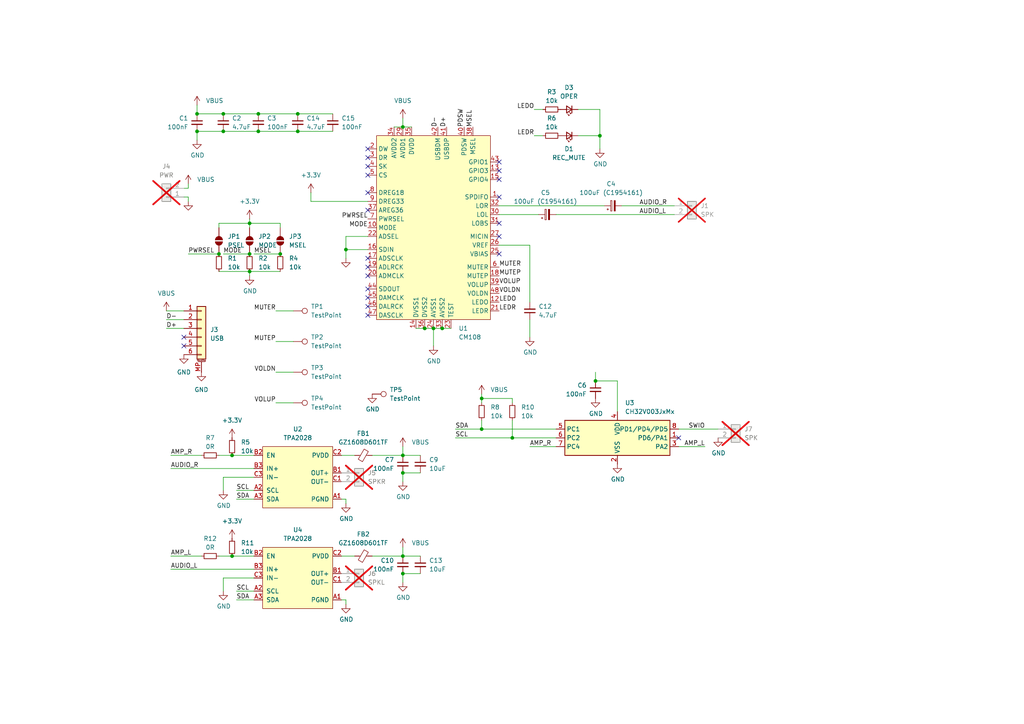
<source format=kicad_sch>
(kicad_sch (version 20241004) (generator "eeschema") (generator_version "8.99")
  (paper "A4")
  (title_block (company "anyon_e project") (comment 1 "CM108 implementation derived from: https://github.com/k0swe/cm108b-eval"))
  (lib_symbols
    (symbol "CM108:CM108"
      (property "Reference" "U" (at 0 0 0))
      (property "Value" "CM108" (at 0 -3.81 0))
      (symbol "CM108_0_0"
        (pin passive line (at -19.05 22.86 0) (length 2.54) (name "DW") (number "2"))
        (pin passive line (at -19.05 20.32 0) (length 2.54) (name "DR") (number "3"))
        (pin passive line (at -19.05 17.78 0) (length 2.54) (name "SK") (number "4"))
        (pin passive line (at -19.05 15.24 0) (length 2.54) (name "CS") (number "5"))
        (pin passive line (at -19.05 10.16 0) (length 2.54) (name "DREG18") (number "8"))
        (pin passive line (at -19.05 7.62 0) (length 2.54) (name "DREG33") (number "9"))
        (pin passive line (at -19.05 5.08 0) (length 2.54) (name "AREG36") (number "37"))
        (pin passive line (at -19.05 2.54 0) (length 2.54) (name "PWRSEL") (number "7"))
        (pin passive line (at -19.05 0 0) (length 2.54) (name "MODE") (number "10"))
        (pin passive line (at -19.05 -2.54 0) (length 2.54) (name "ADSEL") (number "22"))
        (pin passive line (at -19.05 -6.35 0) (length 2.54) (name "SDIN") (number "16"))
        (pin passive line (at -19.05 -8.89 0) (length 2.54) (name "ADSCLK") (number "17"))
        (pin passive line (at -19.05 -11.43 0) (length 2.54) (name "ADLRCK") (number "19"))
        (pin passive line (at -19.05 -13.97 0) (length 2.54) (name "ADMCLK") (number "20"))
        (pin passive line (at -19.05 -17.78 0) (length 2.54) (name "SDOUT") (number "44"))
        (pin passive line (at -19.05 -20.32 0) (length 2.54) (name "DAMCLK") (number "45"))
        (pin passive line (at -19.05 -22.86 0) (length 2.54) (name "DALRCK") (number "46"))
        (pin passive line (at -19.05 -25.4 0) (length 2.54) (name "DASCLK") (number "47"))
        (pin passive line (at -11.43 29.21 270) (length 2.54) (name "AVDD2") (number "34"))
        (pin passive line (at -8.89 29.21 270) (length 2.54) (name "AVDD1") (number "29"))
        (pin passive line (at -6.35 29.21 270) (length 2.54) (name "DVDD") (number "35"))
        (pin passive line (at -5.08 -29.21 90) (length 2.54) (name "DVSS1") (number "14"))
        (pin passive line (at -2.54 -29.21 90) (length 2.54) (name "DVSS2") (number "36"))
        (pin passive line (at 0 -29.21 90) (length 2.54) (name "AVSS1") (number "24"))
        (pin passive line (at 1.27 29.21 270) (length 2.54) (name "USBDM") (number "42"))
        (pin passive line (at 2.54 -29.21 90) (length 2.54) (name "AVSS2") (number "33"))
        (pin passive line (at 3.81 29.21 270) (length 2.54) (name "USBDP") (number "41"))
        (pin passive line (at 5.08 -29.21 90) (length 2.54) (name "TEST") (number "23"))
        (pin passive line (at 8.89 29.21 270) (length 2.54) (name "PDSW") (number "40"))
        (pin passive line (at 11.43 29.21 270) (length 2.54) (name "MSEL") (number "38"))
        (pin passive line (at 19.05 19.05 180) (length 2.54) (name "GPIO1") (number "43"))
        (pin passive line (at 19.05 16.51 180) (length 2.54) (name "GPIO3") (number "13"))
        (pin passive line (at 19.05 13.97 180) (length 2.54) (name "GPIO4") (number "15"))
        (pin passive line (at 19.05 8.89 180) (length 2.54) (name "SPDIFO") (number "1"))
        (pin passive line (at 19.05 6.35 180) (length 2.54) (name "LOR") (number "32"))
        (pin passive line (at 19.05 3.81 180) (length 2.54) (name "LOL") (number "30"))
        (pin passive line (at 19.05 1.27 180) (length 2.54) (name "LOBS") (number "31"))
        (pin passive line (at 19.05 -2.54 180) (length 2.54) (name "MICIN") (number "27"))
        (pin passive line (at 19.05 -5.08 180) (length 2.54) (name "VREF") (number "26"))
        (pin passive line (at 19.05 -7.62 180) (length 2.54) (name "VBIAS") (number "25"))
        (pin passive line (at 19.05 -11.43 180) (length 2.54) (name "MUTER") (number "6"))
        (pin passive line (at 19.05 -13.97 180) (length 2.54) (name "MUTEP") (number "18"))
        (pin passive line (at 19.05 -16.51 180) (length 2.54) (name "VOLUP") (number "39"))
        (pin passive line (at 19.05 -19.05 180) (length 2.54) (name "VOLDN") (number "48"))
        (pin passive line (at 19.05 -21.59 180) (length 2.54) (name "LEDO") (number "12"))
        (pin passive line (at 19.05 -24.13 180) (length 2.54) (name "LEDR") (number "21"))
      )
      (symbol "CM108_1_1"
        (rectangle (start -16.51 26.67) (end 16.51 -26.67) (fill (type background)))
      )
    )
    (symbol "Connector:TestPoint" (pin_numbers (hide yes)) (pin_names (offset 0.762) (hide yes))
      (property "Reference" "TP" (at 0 6.858 0))
      (property "Value" "TestPoint" (at 0 5.08 0))
      (symbol "TestPoint_0_1"
        (circle (center 0 3.302) (radius 0.762))
      )
      (symbol "TestPoint_1_1"
        (pin passive line (at 0 0 90) (length 2.54) (name "1") (number "1"))
      )
    )
    (symbol "Connector_Generic:Conn_01x02" (pin_names (offset 1.016) (hide yes))
      (property "Reference" "J" (at 0 2.54 0))
      (property "Value" "Conn_01x02" (at 0 -5.08 0))
      (symbol "Conn_01x02_1_1"
        (rectangle (start -1.27 1.27) (end 1.27 -3.81) (stroke (width 0.254)) (fill (type background)))
        (rectangle (start -1.27 0.127) (end 0 -0.127) (stroke (width 0.1524)))
        (rectangle (start -1.27 -2.413) (end 0 -2.667) (stroke (width 0.1524)))
        (pin passive line (at -5.08 0 0) (length 3.81) (name "Pin_1") (number "1"))
        (pin passive line (at -5.08 -2.54 0) (length 3.81) (name "Pin_2") (number "2"))
      )
    )
    (symbol "Connector_Generic_MountingPin:Conn_01x06_MountingPin" (pin_names (offset 1.016) (hide yes))
      (property "Reference" "J" (at 0 7.62 0))
      (property "Value" "Conn_01x06_MountingPin" (at 1.27 -10.16 0))
      (symbol "Conn_01x06_MountingPin_1_1"
        (rectangle (start -1.27 6.35) (end 1.27 -8.89) (stroke (width 0.254)) (fill (type background)))
        (rectangle (start -1.27 5.207) (end 0 4.953) (stroke (width 0.1524)))
        (rectangle (start -1.27 2.667) (end 0 2.413) (stroke (width 0.1524)))
        (rectangle (start -1.27 0.127) (end 0 -0.127) (stroke (width 0.1524)))
        (rectangle (start -1.27 -2.413) (end 0 -2.667) (stroke (width 0.1524)))
        (rectangle (start -1.27 -4.953) (end 0 -5.207) (stroke (width 0.1524)))
        (rectangle (start -1.27 -7.493) (end 0 -7.747) (stroke (width 0.1524)))
        (polyline (pts (xy -1.016 -9.652) (xy 1.016 -9.652)) (stroke (width 0.1524)))
        (text "Mounting" (at 0 -9.271 0) (effects (font (size 0.381 0.381))))
        (pin passive line (at -5.08 5.08 0) (length 3.81) (name "Pin_1") (number "1"))
        (pin passive line (at -5.08 2.54 0) (length 3.81) (name "Pin_2") (number "2"))
        (pin passive line (at -5.08 0 0) (length 3.81) (name "Pin_3") (number "3"))
        (pin passive line (at -5.08 -2.54 0) (length 3.81) (name "Pin_4") (number "4"))
        (pin passive line (at -5.08 -5.08 0) (length 3.81) (name "Pin_5") (number "5"))
        (pin passive line (at -5.08 -7.62 0) (length 3.81) (name "Pin_6") (number "6"))
        (pin passive line (at 0 -12.7 90) (length 3.048) (name "MountPin") (number "MP"))
      )
    )
    (symbol "Device:C_Polarized_Small" (pin_numbers (hide yes)) (pin_names (offset 0.254) (hide yes))
      (property "Reference" "C" (at 0.254 1.778 0))
      (property "Value" "C_Polarized_Small" (at 0.254 -2.032 0))
      (symbol "C_Polarized_Small_0_1"
        (rectangle (start -1.524 0.6858) (end 1.524 0.3048))
        (rectangle (start -1.524 -0.3048) (end 1.524 -0.6858) (fill (type outline)))
        (polyline (pts (xy -1.27 1.524) (xy -0.762 1.524)))
        (polyline (pts (xy -1.016 1.27) (xy -1.016 1.778)))
      )
      (symbol "C_Polarized_Small_1_1"
        (pin passive line (at 0 2.54 270) (length 1.8542) (name "~") (number "1"))
        (pin passive line (at 0 -2.54 90) (length 1.8542) (name "~") (number "2"))
      )
    )
    (symbol "Device:C_Small" (pin_numbers (hide yes)) (pin_names (offset 0.254) (hide yes))
      (property "Reference" "C" (at 0.254 1.778 0))
      (property "Value" "C_Small" (at 0.254 -2.032 0))
      (symbol "C_Small_0_1"
        (polyline (pts (xy -1.524 0.508) (xy 1.524 0.508)) (stroke (width 0.3048)))
        (polyline (pts (xy -1.524 -0.508) (xy 1.524 -0.508)) (stroke (width 0.3302)))
      )
      (symbol "C_Small_1_1"
        (pin passive line (at 0 2.54 270) (length 2.032) (name "~") (number "1"))
        (pin passive line (at 0 -2.54 90) (length 2.032) (name "~") (number "2"))
      )
    )
    (symbol "Device:FerriteBead_Small" (pin_numbers (hide yes)) (pin_names (offset 0))
      (property "Reference" "FB" (at 1.905 1.27 0))
      (property "Value" "FerriteBead_Small" (at 1.905 -1.27 0))
      (symbol "FerriteBead_Small_0_1"
        (polyline (pts (xy -1.8288 0.2794) (xy -1.1176 1.4986) (xy 1.8288 -0.2032) (xy 1.1176 -1.4224) (xy -1.8288 0.2794)))
        (polyline (pts (xy 0 0.889) (xy 0 1.2954)))
        (polyline (pts (xy 0 -1.27) (xy 0 -0.7874)))
      )
      (symbol "FerriteBead_Small_1_1"
        (pin passive line (at 0 2.54 270) (length 1.27) (name "~") (number "1"))
        (pin passive line (at 0 -2.54 90) (length 1.27) (name "~") (number "2"))
      )
    )
    (symbol "Device:LED_Small" (pin_numbers (hide yes)) (pin_names (offset 0.254) (hide yes))
      (property "Reference" "D" (at -1.27 3.175 0))
      (property "Value" "LED_Small" (at -4.445 -2.54 0))
      (symbol "LED_Small_0_1"
        (polyline (pts (xy -0.762 -1.016) (xy -0.762 1.016)) (stroke (width 0.254)))
        (polyline (pts (xy 0 0.762) (xy -0.508 1.27) (xy -0.254 1.27) (xy -0.508 1.27) (xy -0.508 1.016)))
        (polyline (pts (xy 0.508 1.27) (xy 0 1.778) (xy 0.254 1.778) (xy 0 1.778) (xy 0 1.524)))
        (polyline (pts (xy 0.762 -1.016) (xy -0.762 0) (xy 0.762 1.016) (xy 0.762 -1.016)) (stroke (width 0.254)))
        (polyline (pts (xy 1.016 0) (xy -0.762 0)))
      )
      (symbol "LED_Small_1_1"
        (pin passive line (at -2.54 0 0) (length 1.778) (name "K") (number "1"))
        (pin passive line (at 2.54 0 180) (length 1.778) (name "A") (number "2"))
      )
    )
    (symbol "Device:R_Small" (pin_numbers (hide yes)) (pin_names (offset 0.254) (hide yes))
      (property "Reference" "R" (at 0.762 0.508 0))
      (property "Value" "R_Small" (at 0.762 -1.016 0))
      (symbol "R_Small_0_1"
        (rectangle (start -0.762 1.778) (end 0.762 -1.778) (stroke (width 0.2032)))
      )
      (symbol "R_Small_1_1"
        (pin passive line (at 0 2.54 270) (length 0.762) (name "~") (number "1"))
        (pin passive line (at 0 -2.54 90) (length 0.762) (name "~") (number "2"))
      )
    )
    (symbol "Jumper:SolderJumper_2_Open" (pin_numbers (hide yes)) (pin_names (offset 0) (hide yes)) (exclude_from_sim yes) (in_bom no)
      (property "Reference" "JP" (at 0 2.032 0))
      (property "Value" "SolderJumper_2_Open" (at 0 -2.54 0))
      (symbol "SolderJumper_2_Open_0_1"
        (polyline (pts (xy -0.254 1.016) (xy -0.254 -1.016)))
        (arc (start -0.254 -1.016) (mid -1.2656 0) (end -0.254 1.016) (fill (type outline)))
        (arc (start -0.254 -1.016) (mid -1.2656 0) (end -0.254 1.016))
        (arc (start 0.254 1.016) (mid 1.2656 0) (end 0.254 -1.016) (fill (type outline)))
        (arc (start 0.254 1.016) (mid 1.2656 0) (end 0.254 -1.016))
        (polyline (pts (xy 0.254 1.016) (xy 0.254 -1.016)))
      )
      (symbol "SolderJumper_2_Open_1_1"
        (pin passive line (at -3.81 0 0) (length 2.54) (name "A") (number "1"))
        (pin passive line (at 3.81 0 180) (length 2.54) (name "B") (number "2"))
      )
    )
    (symbol "MCU_WCH_CH32V0:CH32V003JxMx"
      (property "Reference" "U" (at -15.24 7.62 0))
      (property "Value" "CH32V003JxMx" (at 15.24 7.62 0))
      (symbol "CH32V003JxMx_1_1"
        (rectangle (start -15.24 5.08) (end 15.24 -5.08) (stroke (width 0.254)) (fill (type background)))
        (pin bidirectional line (at -17.78 2.54 0) (length 2.54) (name "PC1") (number "5"))
        (pin bidirectional line (at -17.78 0 0) (length 2.54) (name "PC2") (number "6"))
        (pin bidirectional line (at -17.78 -2.54 0) (length 2.54) (name "PC4") (number "7"))
        (pin power_in line (at 0 7.62 270) (length 2.54) (name "VDD") (number "4"))
        (pin power_in line (at 0 -7.62 90) (length 2.54) (name "VSS") (number "2"))
        (pin bidirectional line (at 17.78 2.54 180) (length 2.54) (name "PD1/PD4/PD5") (number "8"))
        (pin bidirectional line (at 17.78 0 180) (length 2.54) (name "PD6/PA1") (number "1"))
        (pin bidirectional line (at 17.78 -2.54 180) (length 2.54) (name "PA2") (number "3"))
      )
    )
    (symbol "TPA2028:TPA2028D1YZFR" (pin_names (offset 1.016))
      (property "Reference" "U" (at -12.7 16.51 0))
      (property "Value" "TPA2028" (at -12.7 14.24 0))
      (symbol "TPA2028D1YZFR_0_0"
        (pin input line (at -12.7 6.35 0) (length 2.54) (name "EN") (number "B2"))
        (pin input line (at -12.7 2.54 0) (length 2.54) (name "IN+") (number "B3"))
        (pin input line (at -12.7 0 0) (length 2.54) (name "IN-") (number "C3"))
        (pin input line (at -12.7 -3.81 0) (length 2.54) (name "SCL") (number "A2"))
        (pin bidirectional line (at -12.7 -6.35 0) (length 2.54) (name "SDA") (number "A3"))
        (pin power_in line (at 12.7 6.35 180) (length 2.54) (name "PVDD") (number "C2"))
        (pin output line (at 12.7 1.27 180) (length 2.54) (name "OUT+") (number "B1"))
        (pin output line (at 12.7 -1.27 180) (length 2.54) (name "OUT-") (number "C1"))
        (pin power_in line (at 12.7 -6.35 180) (length 2.54) (name "PGND") (number "A1"))
      )
      (symbol "TPA2028D1YZFR_1_1"
        (rectangle (start -10.16 8.89) (end 10.16 -8.89) (fill (type background)))
      )
    )
    (symbol "cm108b-eval-rescue:GND-power" (power) (pin_names (offset 0))
      (property "Value" "power_GND" (at 0 -3.81 0))
      (symbol "GND-power_0_1"
        (polyline (pts (xy 0 0) (xy 0 -1.27) (xy 1.27 -1.27) (xy 0 -2.54) (xy -1.27 -1.27) (xy 0 -1.27)))
      )
      (symbol "GND-power_1_1"
        (pin power_in line (at 0 0 270) (length 0) (hide yes) (name "GND") (number "1"))
      )
    )
    (symbol "cm108b-eval-rescue:VBUS-power" (power) (pin_names (offset 0))
      (property "Value" "power_VBUS" (at 0 3.81 0))
      (symbol "VBUS-power_0_1"
        (polyline (pts (xy -0.762 1.27) (xy 0 2.54)))
        (polyline (pts (xy 0 2.54) (xy 0.762 1.27)))
        (polyline (pts (xy 0 0) (xy 0 2.54)))
      )
      (symbol "VBUS-power_1_1"
        (pin power_in line (at 0 0 90) (length 0) (hide yes) (name "VBUS") (number "1"))
      )
    )
    (symbol "power:+3.3V" (power) (pin_numbers (hide yes)) (pin_names (offset 0) (hide yes))
      (property "Value" "+3.3V" (at 0 3.556 0))
      (symbol "+3.3V_0_1"
        (polyline (pts (xy -0.762 1.27) (xy 0 2.54)))
        (polyline (pts (xy 0 2.54) (xy 0.762 1.27)))
        (polyline (pts (xy 0 0) (xy 0 2.54)))
      )
      (symbol "+3.3V_1_1"
        (pin power_in line (at 0 0 90) (length 0) (name "~") (number "1"))
      )
    )
    (symbol "power:GND" (power) (pin_numbers (hide yes)) (pin_names (offset 0) (hide yes))
      (property "Value" "GND" (at 0 -3.81 0))
      (symbol "GND_0_1"
        (polyline (pts (xy 0 0) (xy 0 -1.27) (xy 1.27 -1.27) (xy 0 -2.54) (xy -1.27 -1.27) (xy 0 -1.27)))
      )
      (symbol "GND_1_1"
        (pin power_in line (at 0 0 270) (length 0) (name "~") (number "1"))
      )
    )
  )
  (junction (at 116.84 132.08))
  (junction (at 116.84 166.37))
  (junction (at 74.93 38.1))
  (junction (at 148.59 127))
  (junction (at 72.39 73.66))
  (junction (at 116.84 137.16))
  (junction (at 123.19 95.25))
  (junction (at 72.39 64.77))
  (junction (at 139.7 115.57))
  (junction (at 67.31 132.08))
  (junction (at 81.28 73.66))
  (junction (at 64.77 33.02))
  (junction (at 116.84 36.83))
  (junction (at 63.5 73.66))
  (junction (at 173.99 39.37))
  (junction (at 128.27 95.25))
  (junction (at 172.72 110.49))
  (junction (at 64.77 38.1))
  (junction (at 100.33 72.39))
  (junction (at 125.73 95.25))
  (junction (at 57.15 33.02))
  (junction (at 67.31 161.29))
  (junction (at 74.93 33.02))
  (junction (at 116.84 161.29))
  (junction (at 86.36 38.1))
  (junction (at 139.7 124.46))
  (junction (at 86.36 33.02))
  (junction (at 72.39 78.74))
  (junction (at 57.15 38.1))
  (no_connect (at 106.68 48.26))
  (no_connect (at 144.78 73.66))
  (no_connect (at 144.78 46.99))
  (no_connect (at 106.68 83.82))
  (no_connect (at 106.68 91.44))
  (no_connect (at 144.78 49.53))
  (no_connect (at 106.68 55.88))
  (no_connect (at 106.68 74.93))
  (no_connect (at 106.68 80.01))
  (no_connect (at 53.34 97.79))
  (no_connect (at 144.78 64.77))
  (no_connect (at 106.68 88.9))
  (no_connect (at 106.68 50.8))
  (no_connect (at 106.68 60.96))
  (no_connect (at 106.68 86.36))
  (no_connect (at 106.68 43.18))
  (no_connect (at 144.78 52.07))
  (no_connect (at 144.78 68.58))
  (no_connect (at 196.85 127))
  (no_connect (at 53.34 100.33))
  (no_connect (at 106.68 77.47))
  (no_connect (at 106.68 45.72))
  (no_connect (at 144.78 57.15))
  (wire (pts (xy 106.68 72.39) (xy 100.33 72.39)))
  (wire (pts (xy 144.78 71.12) (xy 153.67 71.12)))
  (wire (pts (xy 125.73 95.25) (xy 128.27 95.25)))
  (wire (pts (xy 116.84 36.83) (xy 114.3 36.83)))
  (wire (pts (xy 102.87 132.08) (xy 99.06 132.08)))
  (wire (pts (xy 63.5 78.74) (xy 72.39 78.74)))
  (wire (pts (xy 179.07 110.49) (xy 179.07 119.38)))
  (wire (pts (xy 72.39 63.5) (xy 72.39 64.77)))
  (wire (pts (xy 100.33 72.39) (xy 100.33 74.93)))
  (wire (pts (xy 48.26 92.71) (xy 53.34 92.71)))
  (wire (pts (xy 148.59 115.57) (xy 148.59 116.84)))
  (wire (pts (xy 54.61 73.66) (xy 63.5 73.66)))
  (wire (pts (xy 64.77 33.02) (xy 74.93 33.02)))
  (wire (pts (xy 120.65 95.25) (xy 123.19 95.25)))
  (wire (pts (xy 63.5 64.77) (xy 63.5 66.04)))
  (wire (pts (xy 68.58 173.99) (xy 73.66 173.99)))
  (wire (pts (xy 144.78 62.23) (xy 156.21 62.23)))
  (wire (pts (xy 196.85 124.46) (xy 208.28 124.46)))
  (wire (pts (xy 49.53 135.89) (xy 73.66 135.89)))
  (wire (pts (xy 64.77 73.66) (xy 72.39 73.66)))
  (wire (pts (xy 49.53 132.08) (xy 58.42 132.08)))
  (wire (pts (xy 63.5 132.08) (xy 67.31 132.08)))
  (wire (pts (xy 180.34 59.69) (xy 195.58 59.69)))
  (wire (pts (xy 100.33 146.05) (xy 100.33 144.78)))
  (wire (pts (xy 167.64 31.75) (xy 173.99 31.75)))
  (wire (pts (xy 63.5 161.29) (xy 67.31 161.29)))
  (wire (pts (xy 102.87 161.29) (xy 99.06 161.29)))
  (wire (pts (xy 57.15 40.64) (xy 57.15 38.1)))
  (wire (pts (xy 85.09 107.95) (xy 80.01 107.95)))
  (wire (pts (xy 139.7 115.57) (xy 148.59 115.57)))
  (wire (pts (xy 64.77 171.45) (xy 64.77 167.64)))
  (wire (pts (xy 48.26 95.25) (xy 53.34 95.25)))
  (wire (pts (xy 100.33 173.99) (xy 99.06 173.99)))
  (wire (pts (xy 57.15 33.02) (xy 64.77 33.02)))
  (wire (pts (xy 116.84 158.75) (xy 116.84 161.29)))
  (wire (pts (xy 132.08 127) (xy 148.59 127)))
  (wire (pts (xy 54.61 57.15) (xy 54.61 58.42)))
  (wire (pts (xy 63.5 64.77) (xy 72.39 64.77)))
  (wire (pts (xy 139.7 121.92) (xy 139.7 124.46)))
  (wire (pts (xy 49.53 161.29) (xy 58.42 161.29)))
  (wire (pts (xy 80.01 116.84) (xy 85.09 116.84)))
  (wire (pts (xy 116.84 161.29) (xy 107.95 161.29)))
  (wire (pts (xy 144.78 59.69) (xy 175.26 59.69)))
  (wire (pts (xy 90.17 58.42) (xy 106.68 58.42)))
  (wire (pts (xy 54.61 53.34) (xy 54.61 54.61)))
  (wire (pts (xy 81.28 64.77) (xy 81.28 66.04)))
  (wire (pts (xy 116.84 132.08) (xy 107.95 132.08)))
  (wire (pts (xy 57.15 38.1) (xy 64.77 38.1)))
  (wire (pts (xy 68.58 142.24) (xy 73.66 142.24)))
  (wire (pts (xy 48.26 90.17) (xy 53.34 90.17)))
  (wire (pts (xy 116.84 168.91) (xy 116.84 166.37)))
  (wire (pts (xy 64.77 138.43) (xy 73.66 138.43)))
  (wire (pts (xy 123.19 95.25) (xy 125.73 95.25)))
  (wire (pts (xy 67.31 161.29) (xy 73.66 161.29)))
  (wire (pts (xy 74.93 38.1) (xy 86.36 38.1)))
  (wire (pts (xy 172.72 107.95) (xy 172.72 110.49)))
  (wire (pts (xy 86.36 38.1) (xy 96.52 38.1)))
  (wire (pts (xy 100.33 68.58) (xy 100.33 72.39)))
  (wire (pts (xy 116.84 132.08) (xy 121.92 132.08)))
  (wire (pts (xy 106.68 68.58) (xy 100.33 68.58)))
  (wire (pts (xy 153.67 129.54) (xy 161.29 129.54)))
  (wire (pts (xy 148.59 121.92) (xy 148.59 127)))
  (wire (pts (xy 125.73 95.25) (xy 125.73 100.33)))
  (wire (pts (xy 67.31 132.08) (xy 73.66 132.08)))
  (wire (pts (xy 148.59 127) (xy 161.29 127)))
  (wire (pts (xy 74.93 33.02) (xy 86.36 33.02)))
  (wire (pts (xy 64.77 38.1) (xy 74.93 38.1)))
  (wire (pts (xy 173.99 31.75) (xy 173.99 39.37)))
  (wire (pts (xy 90.17 58.42) (xy 90.17 55.88)))
  (wire (pts (xy 167.64 39.37) (xy 173.99 39.37)))
  (wire (pts (xy 116.84 161.29) (xy 121.92 161.29)))
  (wire (pts (xy 72.39 64.77) (xy 81.28 64.77)))
  (wire (pts (xy 139.7 124.46) (xy 161.29 124.46)))
  (wire (pts (xy 139.7 115.57) (xy 139.7 116.84)))
  (wire (pts (xy 85.09 99.06) (xy 80.01 99.06)))
  (wire (pts (xy 100.33 175.26) (xy 100.33 173.99)))
  (wire (pts (xy 116.84 34.29) (xy 116.84 36.83)))
  (wire (pts (xy 161.29 62.23) (xy 195.58 62.23)))
  (wire (pts (xy 173.99 43.18) (xy 173.99 39.37)))
  (wire (pts (xy 64.77 167.64) (xy 73.66 167.64)))
  (wire (pts (xy 116.84 139.7) (xy 116.84 137.16)))
  (wire (pts (xy 68.58 144.78) (xy 73.66 144.78)))
  (wire (pts (xy 153.67 87.63) (xy 153.67 71.12)))
  (wire (pts (xy 132.08 124.46) (xy 139.7 124.46)))
  (wire (pts (xy 72.39 78.74) (xy 81.28 78.74)))
  (wire (pts (xy 54.61 54.61) (xy 53.34 54.61)))
  (wire (pts (xy 116.84 166.37) (xy 121.92 166.37)))
  (wire (pts (xy 68.58 171.45) (xy 73.66 171.45)))
  (wire (pts (xy 154.94 31.75) (xy 157.48 31.75)))
  (wire (pts (xy 204.47 129.54) (xy 196.85 129.54)))
  (wire (pts (xy 57.15 30.48) (xy 57.15 33.02)))
  (wire (pts (xy 116.84 36.83) (xy 119.38 36.83)))
  (wire (pts (xy 153.67 92.71) (xy 153.67 97.79)))
  (wire (pts (xy 172.72 110.49) (xy 179.07 110.49)))
  (wire (pts (xy 73.66 73.66) (xy 81.28 73.66)))
  (wire (pts (xy 128.27 95.25) (xy 130.81 95.25)))
  (wire (pts (xy 116.84 129.54) (xy 116.84 132.08)))
  (wire (pts (xy 72.39 80.01) (xy 72.39 78.74)))
  (wire (pts (xy 85.09 90.17) (xy 80.01 90.17)))
  (wire (pts (xy 72.39 64.77) (xy 72.39 66.04)))
  (wire (pts (xy 86.36 33.02) (xy 96.52 33.02)))
  (wire (pts (xy 54.61 57.15) (xy 53.34 57.15)))
  (wire (pts (xy 49.53 165.1) (xy 73.66 165.1)))
  (wire (pts (xy 139.7 114.3) (xy 139.7 115.57)))
  (wire (pts (xy 116.84 137.16) (xy 121.92 137.16)))
  (wire (pts (xy 154.94 39.37) (xy 157.48 39.37)))
  (wire (pts (xy 64.77 142.24) (xy 64.77 138.43)))
  (wire (pts (xy 100.33 144.78) (xy 99.06 144.78)))
  (label "AUDIO_R" (at 185.42 59.69 0))
  (label "AUDIO_L" (at 49.53 165.1 0))
  (label "VOLDN" (at 144.78 85.09 0))
  (label "D+" (at 48.26 95.25 0))
  (label "LEDO" (at 154.94 31.75 180))
  (label "SDA" (at 68.58 144.78 0))
  (label "AMP_R" (at 49.53 132.08 0))
  (label "VOLDN" (at 80.01 107.95 180))
  (label "MUTER" (at 144.78 77.47 0))
  (label "AMP_L" (at 204.47 129.54 180))
  (label "VOLUP" (at 144.78 82.55 0))
  (label "MODE" (at 106.68 66.04 180))
  (label "MUTEP" (at 80.01 99.06 180))
  (label "AUDIO_L" (at 185.42 62.23 0))
  (label "AMP_L" (at 49.53 161.29 0))
  (label "D-" (at 127 36.83 90))
  (label "MUTER" (at 80.01 90.17 180))
  (label "MUTEP" (at 144.78 80.01 0))
  (label "AUDIO_R" (at 49.53 135.89 0))
  (label "LEDR" (at 154.94 39.37 180))
  (label "SCL" (at 68.58 142.24 0))
  (label "AMP_R" (at 153.67 129.54 0))
  (label "SCL" (at 132.08 127 0))
  (label "SWIO" (at 204.47 124.46 180))
  (label "LEDR" (at 144.78 90.17 0))
  (label "PDSW" (at 134.62 36.83 90))
  (label "VOLUP" (at 80.01 116.84 180))
  (label "LEDO" (at 144.78 87.63 0))
  (label "D-" (at 48.26 92.71 0))
  (label "SDA" (at 132.08 124.46 0))
  (label "D+" (at 129.54 36.83 90))
  (label "MSEL" (at 73.66 73.66 0))
  (label "SCL" (at 68.58 171.45 0))
  (label "PWRSEL" (at 54.61 73.66 0))
  (label "MODE" (at 64.77 73.66 0))
  (label "MSEL" (at 137.16 36.83 90))
  (label "SDA" (at 68.58 173.99 0))
  (label "PWRSEL" (at 106.68 63.5 180))
  (symbol (lib_id "power:GND") (at 53.34 102.87 0) (unit 1)
    (property "Reference" "#PWR07" (effects (hide yes)))
    (property "Value" "GND" (at 53.34 107.95 0))
    (property "Description" "Power symbol creates a global label with name \"GND\" , ground" (effects (hide yes)))
  )
  (symbol (lib_id "Device:C_Small") (at 153.67 90.17 180) (unit 1)
    (property "Reference" "C12" (at 156.21 88.8935 0) (effects (justify right)))
    (property "Value" "4.7uF" (at 156.21 91.4335 0) (effects (justify right)))
    (property "Footprint" "Capacitor_SMD:C_0603_1608Metric" (effects (hide yes)))
    (property "Datasheet" "https://www.mouser.com/datasheet/2/396/mlcc02_e-1307760.pdf" (effects (hide yes)))
    (property "Price" "0.35" (effects (hide yes)))
    (property "Vendor Part #" "963-EMK325B7475MN-T" (effects (hide yes)))
    (property "Vendor" "Mouser" (effects (hide yes)))
  )
  (symbol (lib_id "cm108b-eval-rescue:VBUS-power") (at 116.84 34.29 0) (unit 1)
    (property "Reference" "#PWR016" (effects (hide yes)))
    (property "Value" "VBUS" (at 116.84 29.21 0))
  )
  (symbol (lib_id "Connector_Generic:Conn_01x02") (at 200.66 59.69 0) (unit 1) (in_bom no) (dnp yes)
    (property "Reference" "J1" (at 203.2 59.6899 0) (effects (justify left)))
    (property "Value" "SPK" (at 203.2 62.2299 0) (effects (justify left)))
    (property "Footprint" "Connector_PinHeader_2.54mm:PinHeader_1x02_P2.54mm_Vertical" (effects (hide yes)))
    (property "Description" "Generic connector, single row, 01x02, script generated (kicad-library-utils/schlib/autogen/connector/)" (effects (hide yes)))
  )
  (symbol (lib_id "Connector_Generic:Conn_01x02") (at 213.36 124.46 0) (unit 1) (in_bom no) (dnp yes)
    (property "Reference" "J7" (at 215.9 124.4599 0) (effects (justify left)))
    (property "Value" "SPK" (at 215.9 126.9999 0) (effects (justify left)))
    (property "Footprint" "Connector_PinHeader_2.54mm:PinHeader_1x02_P2.54mm_Vertical" (effects (hide yes)))
    (property "Description" "Generic connector, single row, 01x02, script generated (kicad-library-utils/schlib/autogen/connector/)" (effects (hide yes)))
  )
  (symbol (lib_id "Connector:TestPoint") (at 85.09 90.17 270) (unit 1)
    (property "Reference" "TP1" (at 90.17 88.8999 90) (effects (justify left)))
    (property "Value" "TestPoint" (at 90.17 91.4399 90) (effects (justify left)))
    (property "Footprint" "TestPoint:TestPoint_THTPad_1.0x1.0mm_Drill0.5mm" (effects (hide yes)))
    (property "Description" "test point" (effects (hide yes)))
  )
  (symbol (lib_id "Device:C_Small") (at 121.92 134.62 0) (unit 1)
    (property "Reference" "C9" (at 124.46 133.3562 0) (effects (justify left)))
    (property "Value" "10uF" (at 124.46 135.8962 0) (effects (justify left)))
    (property "Footprint" "Capacitor_SMD:C_0603_1608Metric" (effects (hide yes)))
    (property "Datasheet" "https://www.mouser.com/datasheet/2/210/WTC_MLCC_General_Purpose-1534899.pdf" (effects (hide yes)))
    (property "Price" "0.13" (effects (hide yes)))
    (property "Vendor Part #" "791-1210B105M101CT" (effects (hide yes)))
    (property "Vendor" "Mouser" (effects (hide yes)))
  )
  (symbol (lib_id "cm108b-eval-rescue:GND-power") (at 172.72 115.57 0) (unit 1)
    (property "Reference" "#PWR013" (effects (hide yes)))
    (property "Value" "GND" (at 172.847 119.9642 0))
  )
  (symbol (lib_id "cm108b-eval-rescue:GND-power") (at 125.73 100.33 0) (unit 1)
    (property "Reference" "#PWR021" (effects (hide yes)))
    (property "Value" "GND" (at 125.857 104.7242 0))
  )
  (symbol (lib_id "Device:R_Small") (at 139.7 119.38 180) (unit 1)
    (property "Reference" "R8" (at 142.24 118.1099 0) (effects (justify right)))
    (property "Value" "10k" (at 142.24 120.6499 0) (effects (justify right)))
    (property "Footprint" "Resistor_SMD:R_0603_1608Metric" (effects (hide yes)))
    (property "Description" "Resistor, small symbol" (effects (hide yes)))
  )
  (symbol (lib_id "cm108b-eval-rescue:VBUS-power") (at 116.84 158.75 0) (unit 1)
    (property "Reference" "#PWR028" (effects (hide yes)))
    (property "Value" "VBUS" (at 119.38 157.4799 0) (effects (justify left)))
  )
  (symbol (lib_id "Device:R_Small") (at 81.28 76.2 180) (unit 1)
    (property "Reference" "R4" (at 83.82 74.9299 0) (effects (justify right)))
    (property "Value" "10k" (at 83.82 77.4699 0) (effects (justify right)))
    (property "Footprint" "Resistor_SMD:R_0603_1608Metric" (effects (hide yes)))
    (property "Description" "Resistor, small symbol" (effects (hide yes)))
  )
  (symbol (lib_id "Connector_Generic:Conn_01x02") (at 104.14 166.37 0) (unit 1) (in_bom no) (dnp yes)
    (property "Reference" "J6" (at 106.68 166.3699 0) (effects (justify left)))
    (property "Value" "SPKL" (at 106.68 168.9099 0) (effects (justify left)))
    (property "Footprint" "Connector_PinHeader_2.54mm:PinHeader_1x02_P2.54mm_Vertical" (effects (hide yes)))
    (property "Description" "Generic connector, single row, 01x02, script generated (kicad-library-utils/schlib/autogen/connector/)" (effects (hide yes)))
  )
  (symbol (lib_id "cm108b-eval-rescue:GND-power") (at 54.61 58.42 0) (unit 1)
    (property "Reference" "#PWR023" (effects (hide yes)))
    (property "Value" "GND" (effects (hide yes)))
  )
  (symbol (lib_id "power:GND") (at 58.42 107.95 0) (unit 1)
    (property "Reference" "#PWR09" (effects (hide yes)))
    (property "Value" "GND" (at 58.42 113.03 0))
    (property "Description" "Power symbol creates a global label with name \"GND\" , ground" (effects (hide yes)))
  )
  (symbol (lib_id "Device:LED_Small") (at 165.1 31.75 180) (unit 1)
    (property "Reference" "D3" (at 165.0365 25.4 0))
    (property "Value" "OPER" (at 165.0365 27.94 0))
    (property "Footprint" "LED_SMD:LED_0603_1608Metric" (effects (hide yes)))
    (property "Description" "Light emitting diode, small symbol" (effects (hide yes)))
  )
  (symbol (lib_id "Device:FerriteBead_Small") (at 105.41 161.29 90) (unit 1)
    (property "Reference" "FB2" (at 105.3719 154.94 90))
    (property "Value" "GZ1608D601TF" (at 105.3719 157.48 90))
    (property "Footprint" "Inductor_SMD:L_0603_1608Metric" (effects (hide yes)))
    (property "Description" "Ferrite bead, small symbol" (effects (hide yes)))
  )
  (symbol (lib_id "cm108b-eval-rescue:GND-power") (at 116.84 168.91 0) (unit 1)
    (property "Reference" "#PWR029" (effects (hide yes)))
    (property "Value" "GND" (at 116.967 173.3042 0))
  )
  (symbol (lib_id "Connector_Generic:Conn_01x02") (at 48.26 57.15 180) (unit 1) (in_bom no) (dnp yes)
    (property "Reference" "J4" (at 48.26 48.26 0))
    (property "Value" "PWR" (at 48.26 50.8 0))
    (property "Footprint" "Connector_PinHeader_2.54mm:PinHeader_1x02_P2.54mm_Vertical" (effects (hide yes)))
    (property "Description" "Generic connector, single row, 01x02, script generated (kicad-library-utils/schlib/autogen/connector/)" (effects (hide yes)))
  )
  (symbol (lib_id "cm108b-eval-rescue:GND-power") (at 116.84 139.7 0) (unit 1)
    (property "Reference" "#PWR025" (effects (hide yes)))
    (property "Value" "GND" (at 116.967 144.0942 0))
  )
  (symbol (lib_id "Device:C_Small") (at 74.93 35.56 0) (unit 1)
    (property "Reference" "C3" (at 77.47 34.2962 0) (effects (justify left)))
    (property "Value" "100nF" (at 77.47 36.8362 0) (effects (justify left)))
    (property "Footprint" "Capacitor_SMD:C_0603_1608Metric" (effects (hide yes)))
    (property "Datasheet" "https://www.mouser.com/datasheet/2/212/KEM_C1023_X7R_AUTO_SMD-1093309.pdf" (effects (hide yes)))
    (property "Price" "0.37" (effects (hide yes)))
    (property "Vendor Part #" "80-C1210C104K5RAUTO" (effects (hide yes)))
    (property "Vendor" "Mouser" (effects (hide yes)))
  )
  (symbol (lib_id "cm108b-eval-rescue:GND-power") (at 100.33 146.05 0) (unit 1)
    (property "Reference" "#PWR026" (effects (hide yes)))
    (property "Value" "GND" (at 100.457 150.4442 0))
  )
  (symbol (lib_id "Device:C_Polarized_Small") (at 158.75 62.23 90) (unit 1)
    (property "Reference" "C5" (at 158.2039 55.88 90))
    (property "Value" "100uF (C1954161)" (at 158.2039 58.42 90))
    (property "Footprint" "Capacitor_SMD:C_1206_3216Metric" (effects (hide yes)))
    (property "Description" "Polarized capacitor, small symbol" (effects (hide yes)))
  )
  (symbol (lib_id "Device:C_Small") (at 116.84 163.83 0) (unit 1)
    (property "Reference" "C10" (at 114.3 162.5662 0) (effects (justify right)))
    (property "Value" "100nF" (at 114.3 165.1062 0) (effects (justify right)))
    (property "Footprint" "Capacitor_SMD:C_0603_1608Metric" (effects (hide yes)))
    (property "Datasheet" "https://www.mouser.com/datasheet/2/212/KEM_C1023_X7R_AUTO_SMD-1093309.pdf" (effects (hide yes)))
    (property "Price" "0.37" (effects (hide yes)))
    (property "Vendor Part #" "80-C1210C104K5RAUTO" (effects (hide yes)))
    (property "Vendor" "Mouser" (effects (hide yes)))
  )
  (symbol (lib_id "power:+3.3V") (at 67.31 127 0) (unit 1)
    (property "Reference" "#PWR011" (effects (hide yes)))
    (property "Value" "+3.3V" (at 67.31 121.92 0))
    (property "Description" "Power symbol creates a global label with name \"+3.3V\"" (effects (hide yes)))
  )
  (symbol (lib_id "power:+3.3V") (at 72.39 63.5 0) (unit 1)
    (property "Reference" "#PWR06" (effects (hide yes)))
    (property "Value" "+3.3V" (at 72.39 58.42 0))
    (property "Description" "Power symbol creates a global label with name \"+3.3V\"" (effects (hide yes)))
  )
  (symbol (lib_id "MCU_WCH_CH32V0:CH32V003JxMx") (at 179.07 127 0) (unit 1)
    (property "Reference" "U3" (at 181.2641 116.84 0) (effects (justify left)))
    (property "Value" "CH32V003JxMx" (at 181.2641 119.38 0) (effects (justify left)))
    (property "Footprint" "Package_SO:SOP-8_3.9x4.9mm_P1.27mm" (effects (hide yes)))
    (property "Datasheet" "https://www.wch-ic.com/products/CH32V003.html" (effects (hide yes)))
    (property "Description" "CH32V003 series are industrial-grade general-purpose microcontrollers designed based on 32-bit RISC-V instruction set and architecture. It adopts QingKe V2A core, RV32EC instruction set, and supports 2 levels of interrupt nesting. The series are mounted with rich peripheral interfaces and function modules. Its internal organizational structure meets the low-cost and low-power embedded application scenarios." (effects (hide yes)))
  )
  (symbol (lib_id "cm108b-eval-rescue:GND-power") (at 173.99 43.18 0) (unit 1)
    (property "Reference" "#PWR08" (effects (hide yes)))
    (property "Value" "GND" (at 174.117 47.5742 0))
  )
  (symbol (lib_id "Device:LED_Small") (at 165.1 39.37 180) (unit 1)
    (property "Reference" "D1" (at 165.0365 43.18 0))
    (property "Value" "REC_MUTE" (at 165.0365 45.72 0))
    (property "Footprint" "LED_SMD:LED_0603_1608Metric" (effects (hide yes)))
    (property "Description" "Light emitting diode, small symbol" (effects (hide yes)))
  )
  (symbol (lib_id "Connector:TestPoint") (at 107.95 114.3 270) (unit 1)
    (property "Reference" "TP5" (at 113.03 113.0299 90) (effects (justify left)))
    (property "Value" "TestPoint" (at 113.03 115.5699 90) (effects (justify left)))
    (property "Footprint" "TestPoint:TestPoint_THTPad_1.0x1.0mm_Drill0.5mm" (effects (hide yes)))
    (property "Description" "test point" (effects (hide yes)))
  )
  (symbol (lib_id "Device:C_Small") (at 116.84 134.62 0) (unit 1)
    (property "Reference" "C7" (at 114.3 133.3562 0) (effects (justify right)))
    (property "Value" "100nF" (at 114.3 135.8962 0) (effects (justify right)))
    (property "Footprint" "Capacitor_SMD:C_0603_1608Metric" (effects (hide yes)))
    (property "Datasheet" "https://www.mouser.com/datasheet/2/212/KEM_C1023_X7R_AUTO_SMD-1093309.pdf" (effects (hide yes)))
    (property "Price" "0.37" (effects (hide yes)))
    (property "Vendor Part #" "80-C1210C104K5RAUTO" (effects (hide yes)))
    (property "Vendor" "Mouser" (effects (hide yes)))
  )
  (symbol (lib_id "cm108b-eval-rescue:GND-power") (at 64.77 171.45 0) (unit 1)
    (property "Reference" "#PWR030" (effects (hide yes)))
    (property "Value" "GND" (at 64.897 175.8442 0))
  )
  (symbol (lib_id "Connector_Generic_MountingPin:Conn_01x06_MountingPin") (at 58.42 95.25 0) (unit 1)
    (property "Reference" "J3" (at 60.96 95.6055 0) (effects (justify left)))
    (property "Value" "USB" (at 60.96 98.1455 0) (effects (justify left)))
    (property "Footprint" "FPC:FPC-SMD_6P-P0.50_XUNPU_FPC-05F-6PH20" (effects (hide yes)))
    (property "Description" "Generic connectable mounting pin connector, single row, 01x06, script generated (kicad-library-utils/schlib/autogen/connector/)" (effects (hide yes)))
    (property "LCSC" "C2856796" (effects (hide yes)))
  )
  (symbol (lib_id "cm108b-eval-rescue:VBUS-power") (at 48.26 90.17 0) (unit 1)
    (property "Reference" "#PWR010" (effects (hide yes)))
    (property "Value" "VBUS" (at 48.26 85.09 0))
  )
  (symbol (lib_id "power:+3.3V") (at 67.31 156.21 0) (unit 1)
    (property "Reference" "#PWR027" (effects (hide yes)))
    (property "Value" "+3.3V" (at 67.31 151.13 0))
    (property "Description" "Power symbol creates a global label with name \"+3.3V\"" (effects (hide yes)))
  )
  (symbol (lib_id "Device:C_Small") (at 86.36 35.56 0) (unit 1)
    (property "Reference" "C14" (at 88.9 34.2962 0) (effects (justify left)))
    (property "Value" "4.7uF" (at 88.9 36.8362 0) (effects (justify left)))
    (property "Footprint" "Capacitor_SMD:C_0603_1608Metric" (effects (hide yes)))
    (property "Datasheet" "https://www.mouser.com/datasheet/2/396/mlcc02_e-1307760.pdf" (effects (hide yes)))
    (property "Price" "0.35" (effects (hide yes)))
    (property "Vendor Part #" "963-EMK325B7475MN-T" (effects (hide yes)))
    (property "Vendor" "Mouser" (effects (hide yes)))
  )
  (symbol (lib_id "cm108b-eval-rescue:VBUS-power") (at 57.15 30.48 0) (unit 1)
    (property "Reference" "#PWR01" (effects (hide yes)))
    (property "Value" "VBUS" (at 59.69 29.2099 0) (effects (justify left)))
  )
  (symbol (lib_id "Device:C_Small") (at 172.72 113.03 0) (unit 1)
    (property "Reference" "C6" (at 170.18 111.7662 0) (effects (justify right)))
    (property "Value" "100nF" (at 170.18 114.3062 0) (effects (justify right)))
    (property "Footprint" "Capacitor_SMD:C_0603_1608Metric" (effects (hide yes)))
    (property "Datasheet" "https://www.mouser.com/datasheet/2/212/KEM_C1023_X7R_AUTO_SMD-1093309.pdf" (effects (hide yes)))
    (property "Price" "0.37" (effects (hide yes)))
    (property "Vendor Part #" "80-C1210C104K5RAUTO" (effects (hide yes)))
    (property "Vendor" "Mouser" (effects (hide yes)))
  )
  (symbol (lib_id "cm108b-eval-rescue:GND-power") (at 153.67 97.79 0) (unit 1)
    (property "Reference" "#PWR019" (effects (hide yes)))
    (property "Value" "GND" (at 153.797 102.1842 0))
  )
  (symbol (lib_id "Device:R_Small") (at 63.5 76.2 180) (unit 1)
    (property "Reference" "R1" (at 66.04 74.9299 0) (effects (justify right)))
    (property "Value" "10k" (at 66.04 77.4699 0) (effects (justify right)))
    (property "Footprint" "Resistor_SMD:R_0603_1608Metric" (effects (hide yes)))
    (property "Description" "Resistor, small symbol" (effects (hide yes)))
  )
  (symbol (lib_id "cm108b-eval-rescue:GND-power") (at 100.33 175.26 0) (unit 1)
    (property "Reference" "#PWR031" (effects (hide yes)))
    (property "Value" "GND" (at 100.457 179.6542 0))
  )
  (symbol (lib_id "Device:C_Small") (at 96.52 35.56 0) (unit 1)
    (property "Reference" "C15" (at 99.06 34.2962 0) (effects (justify left)))
    (property "Value" "100nF" (at 99.06 36.8362 0) (effects (justify left)))
    (property "Footprint" "Capacitor_SMD:C_0603_1608Metric" (effects (hide yes)))
    (property "Datasheet" "https://www.mouser.com/datasheet/2/212/KEM_C1023_X7R_AUTO_SMD-1093309.pdf" (effects (hide yes)))
    (property "Price" "0.37" (effects (hide yes)))
    (property "Vendor Part #" "80-C1210C104K5RAUTO" (effects (hide yes)))
    (property "Vendor" "Mouser" (effects (hide yes)))
  )
  (symbol (lib_id "Device:R_Small") (at 160.02 31.75 90) (unit 1)
    (property "Reference" "R3" (at 160.02 26.67 90))
    (property "Value" "10k" (at 160.02 29.21 90))
    (property "Footprint" "Resistor_SMD:R_0603_1608Metric" (effects (hide yes)))
    (property "Description" "Resistor, small symbol" (effects (hide yes)))
  )
  (symbol (lib_id "cm108b-eval-rescue:GND-power") (at 100.33 74.93 0) (unit 1)
    (property "Reference" "#PWR018" (effects (hide yes)))
    (property "Value" "GND" (effects (hide yes)))
  )
  (symbol (lib_id "CM108:CM108") (at 125.73 66.04 0) (unit 1)
    (property "Reference" "U1" (at 133.0041 95.25 0) (effects (justify left)))
    (property "Value" "CM108" (at 133.0041 97.79 0) (effects (justify left)))
    (property "Footprint" "Package_QFP:LQFP-48_7x7mm_P0.5mm" (effects (hide yes)))
  )
  (symbol (lib_id "cm108b-eval-rescue:VBUS-power") (at 139.7 114.3 0) (unit 1)
    (property "Reference" "#PWR024" (effects (hide yes)))
    (property "Value" "VBUS" (at 142.24 113.0299 0) (effects (justify left)))
  )
  (symbol (lib_id "Device:R_Small") (at 72.39 76.2 180) (unit 1)
    (property "Reference" "R2" (at 74.93 74.9299 0) (effects (justify right)))
    (property "Value" "10k" (at 74.93 77.4699 0) (effects (justify right)))
    (property "Footprint" "Resistor_SMD:R_0603_1608Metric" (effects (hide yes)))
    (property "Description" "Resistor, small symbol" (effects (hide yes)))
  )
  (symbol (lib_id "cm108b-eval-rescue:VBUS-power") (at 54.61 53.34 0) (unit 1)
    (property "Reference" "#PWR017" (effects (hide yes)))
    (property "Value" "VBUS" (at 57.15 52.0699 0) (effects (justify left)))
  )
  (symbol (lib_id "Device:R_Small") (at 60.96 161.29 270) (unit 1)
    (property "Reference" "R12" (at 60.96 156.21 90))
    (property "Value" "0R" (at 60.96 158.75 90))
    (property "Footprint" "Resistor_SMD:R_0603_1608Metric" (effects (hide yes)))
    (property "Description" "Resistor, small symbol" (effects (hide yes)))
  )
  (symbol (lib_id "cm108b-eval-rescue:GND-power") (at 179.07 134.62 0) (unit 1)
    (property "Reference" "#PWR05" (effects (hide yes)))
    (property "Value" "GND" (at 179.197 139.0142 0))
  )
  (symbol (lib_id "Device:FerriteBead_Small") (at 105.41 132.08 90) (unit 1)
    (property "Reference" "FB1" (at 105.3719 125.73 90))
    (property "Value" "GZ1608D601TF" (at 105.3719 128.27 90))
    (property "Footprint" "Inductor_SMD:L_0603_1608Metric" (effects (hide yes)))
    (property "Description" "Ferrite bead, small symbol" (effects (hide yes)))
  )
  (symbol (lib_id "Device:R_Small") (at 67.31 158.75 180) (unit 1)
    (property "Reference" "R11" (at 69.85 157.4799 0) (effects (justify right)))
    (property "Value" "10k" (at 69.85 160.0199 0) (effects (justify right)))
    (property "Footprint" "Resistor_SMD:R_0603_1608Metric" (effects (hide yes)))
    (property "Description" "Resistor, small symbol" (effects (hide yes)))
  )
  (symbol (lib_id "cm108b-eval-rescue:GND-power") (at 64.77 142.24 0) (unit 1)
    (property "Reference" "#PWR04" (effects (hide yes)))
    (property "Value" "GND" (at 64.897 146.6342 0))
  )
  (symbol (lib_id "Device:C_Small") (at 57.15 35.56 0) (unit 1)
    (property "Reference" "C1" (at 54.61 34.2962 0) (effects (justify right)))
    (property "Value" "100nF" (at 54.61 36.8362 0) (effects (justify right)))
    (property "Footprint" "Capacitor_SMD:C_0603_1608Metric" (effects (hide yes)))
    (property "Datasheet" "https://www.mouser.com/datasheet/2/212/KEM_C1023_X7R_AUTO_SMD-1093309.pdf" (effects (hide yes)))
    (property "Price" "0.37" (effects (hide yes)))
    (property "Vendor Part #" "80-C1210C104K5RAUTO" (effects (hide yes)))
    (property "Vendor" "Mouser" (effects (hide yes)))
  )
  (symbol (lib_id "cm108b-eval-rescue:GND-power") (at 57.15 40.64 0) (unit 1)
    (property "Reference" "#PWR02" (effects (hide yes)))
    (property "Value" "GND" (at 57.277 45.0342 0))
  )
  (symbol (lib_id "Jumper:SolderJumper_2_Open") (at 63.5 69.85 90) (unit 1) (in_bom no)
    (property "Reference" "JP1" (at 66.04 68.5799 90) (effects (justify right)))
    (property "Value" "PSEL" (at 66.04 71.1199 90) (effects (justify right)))
    (property "Footprint" "Jumper:SolderJumper-2_P1.3mm_Open_TrianglePad1.0x1.5mm" (effects (hide yes)))
    (property "Description" "Solder Jumper, 2-pole, open" (effects (hide yes)))
  )
  (symbol (lib_id "cm108b-eval-rescue:VBUS-power") (at 116.84 129.54 0) (unit 1)
    (property "Reference" "#PWR014" (effects (hide yes)))
    (property "Value" "VBUS" (at 119.38 128.2699 0) (effects (justify left)))
  )
  (symbol (lib_id "Connector:TestPoint") (at 85.09 116.84 270) (unit 1)
    (property "Reference" "TP4" (at 90.17 115.5699 90) (effects (justify left)))
    (property "Value" "TestPoint" (at 90.17 118.1099 90) (effects (justify left)))
    (property "Footprint" "TestPoint:TestPoint_THTPad_1.0x1.0mm_Drill0.5mm" (effects (hide yes)))
    (property "Description" "test point" (effects (hide yes)))
  )
  (symbol (lib_id "cm108b-eval-rescue:GND-power") (at 107.95 114.3 0) (unit 1)
    (property "Reference" "#PWR015" (effects (hide yes)))
    (property "Value" "GND" (at 108.077 118.6942 0))
  )
  (symbol (lib_id "cm108b-eval-rescue:GND-power") (at 72.39 80.01 0) (unit 1)
    (property "Reference" "#PWR03" (effects (hide yes)))
    (property "Value" "GND" (at 72.517 84.4042 0))
  )
  (symbol (lib_id "Device:R_Small") (at 60.96 132.08 270) (unit 1)
    (property "Reference" "R7" (at 60.96 127 90))
    (property "Value" "0R" (at 60.96 129.54 90))
    (property "Footprint" "Resistor_SMD:R_0603_1608Metric" (effects (hide yes)))
    (property "Description" "Resistor, small symbol" (effects (hide yes)))
  )
  (symbol (lib_id "Device:C_Small") (at 64.77 35.56 0) (unit 1)
    (property "Reference" "C2" (at 67.31 34.2962 0) (effects (justify left)))
    (property "Value" "4.7uF" (at 67.31 36.8362 0) (effects (justify left)))
    (property "Footprint" "Capacitor_SMD:C_0603_1608Metric" (effects (hide yes)))
    (property "Datasheet" "https://www.mouser.com/datasheet/2/396/mlcc02_e-1307760.pdf" (effects (hide yes)))
    (property "Price" "0.35" (effects (hide yes)))
    (property "Vendor Part #" "963-EMK325B7475MN-T" (effects (hide yes)))
    (property "Vendor" "Mouser" (effects (hide yes)))
  )
  (symbol (lib_id "Connector:TestPoint") (at 85.09 99.06 270) (unit 1)
    (property "Reference" "TP2" (at 90.17 97.7899 90) (effects (justify left)))
    (property "Value" "TestPoint" (at 90.17 100.3299 90) (effects (justify left)))
    (property "Footprint" "TestPoint:TestPoint_THTPad_1.0x1.0mm_Drill0.5mm" (effects (hide yes)))
    (property "Description" "test point" (effects (hide yes)))
  )
  (symbol (lib_id "Device:R_Small") (at 67.31 129.54 180) (unit 1)
    (property "Reference" "R5" (at 69.85 128.2699 0) (effects (justify right)))
    (property "Value" "10k" (at 69.85 130.8099 0) (effects (justify right)))
    (property "Footprint" "Resistor_SMD:R_0603_1608Metric" (effects (hide yes)))
    (property "Description" "Resistor, small symbol" (effects (hide yes)))
  )
  (symbol (lib_id "Device:C_Small") (at 121.92 163.83 0) (unit 1)
    (property "Reference" "C13" (at 124.46 162.5662 0) (effects (justify left)))
    (property "Value" "10uF" (at 124.46 165.1062 0) (effects (justify left)))
    (property "Footprint" "Capacitor_SMD:C_0603_1608Metric" (effects (hide yes)))
    (property "Datasheet" "https://www.mouser.com/datasheet/2/210/WTC_MLCC_General_Purpose-1534899.pdf" (effects (hide yes)))
    (property "Price" "0.13" (effects (hide yes)))
    (property "Vendor Part #" "791-1210B105M101CT" (effects (hide yes)))
    (property "Vendor" "Mouser" (effects (hide yes)))
  )
  (symbol (lib_id "power:+3.3V") (at 90.17 55.88 0) (unit 1)
    (property "Reference" "#PWR012" (effects (hide yes)))
    (property "Value" "+3.3V" (at 90.17 50.8 0))
    (property "Description" "Power symbol creates a global label with name \"+3.3V\"" (effects (hide yes)))
  )
  (symbol (lib_id "Device:C_Polarized_Small") (at 177.8 59.69 90) (unit 1)
    (property "Reference" "C4" (at 177.2539 53.34 90))
    (property "Value" "100uF (C1954161)" (at 177.2539 55.88 90))
    (property "Footprint" "Capacitor_SMD:C_1206_3216Metric" (effects (hide yes)))
    (property "Description" "Polarized capacitor, small symbol" (effects (hide yes)))
  )
  (symbol (lib_id "Device:R_Small") (at 160.02 39.37 90) (unit 1)
    (property "Reference" "R6" (at 160.02 34.29 90))
    (property "Value" "10k" (at 160.02 36.83 90))
    (property "Footprint" "Resistor_SMD:R_0603_1608Metric" (effects (hide yes)))
    (property "Description" "Resistor, small symbol" (effects (hide yes)))
  )
  (symbol (lib_id "TPA2028:TPA2028D1YZFR") (at 86.36 167.64 0) (unit 1)
    (property "Reference" "U4" (at 86.36 153.67 0))
    (property "Value" "TPA2028" (at 86.36 156.21 0))
    (property "Footprint" "TPA2028:TPA2028" (effects (hide yes)))
  )
  (symbol (lib_id "Device:R_Small") (at 148.59 119.38 180) (unit 1)
    (property "Reference" "R10" (at 151.13 118.1099 0) (effects (justify right)))
    (property "Value" "10k" (at 151.13 120.6499 0) (effects (justify right)))
    (property "Footprint" "Resistor_SMD:R_0603_1608Metric" (effects (hide yes)))
    (property "Description" "Resistor, small symbol" (effects (hide yes)))
  )
  (symbol (lib_id "Jumper:SolderJumper_2_Open") (at 72.39 69.85 90) (unit 1) (in_bom no)
    (property "Reference" "JP2" (at 74.93 68.5799 90) (effects (justify right)))
    (property "Value" "MODE" (at 74.93 71.1199 90) (effects (justify right)))
    (property "Footprint" "Jumper:SolderJumper-2_P1.3mm_Open_TrianglePad1.0x1.5mm" (effects (hide yes)))
    (property "Description" "Solder Jumper, 2-pole, open" (effects (hide yes)))
  )
  (symbol (lib_id "TPA2028:TPA2028D1YZFR") (at 86.36 138.43 0) (unit 1)
    (property "Reference" "U2" (at 86.36 124.46 0))
    (property "Value" "TPA2028" (at 86.36 127 0))
    (property "Footprint" "TPA2028:TPA2028" (effects (hide yes)))
  )
  (symbol (lib_id "Connector:TestPoint") (at 85.09 107.95 270) (unit 1)
    (property "Reference" "TP3" (at 90.17 106.6799 90) (effects (justify left)))
    (property "Value" "TestPoint" (at 90.17 109.2199 90) (effects (justify left)))
    (property "Footprint" "TestPoint:TestPoint_THTPad_1.0x1.0mm_Drill0.5mm" (effects (hide yes)))
    (property "Description" "test point" (effects (hide yes)))
  )
  (symbol (lib_id "Jumper:SolderJumper_2_Open") (at 81.28 69.85 90) (unit 1) (in_bom no)
    (property "Reference" "JP3" (at 83.82 68.5799 90) (effects (justify right)))
    (property "Value" "MSEL" (at 83.82 71.1199 90) (effects (justify right)))
    (property "Footprint" "Jumper:SolderJumper-2_P1.3mm_Open_TrianglePad1.0x1.5mm" (effects (hide yes)))
    (property "Description" "Solder Jumper, 2-pole, open" (effects (hide yes)))
  )
  (symbol (lib_id "Connector_Generic:Conn_01x02") (at 104.14 137.16 0) (unit 1) (in_bom no) (dnp yes)
    (property "Reference" "J5" (at 106.68 137.1599 0) (effects (justify left)))
    (property "Value" "SPKR" (at 106.68 139.6999 0) (effects (justify left)))
    (property "Footprint" "Connector_PinHeader_2.54mm:PinHeader_1x02_P2.54mm_Vertical" (effects (hide yes)))
    (property "Description" "Generic connector, single row, 01x02, script generated (kicad-library-utils/schlib/autogen/connector/)" (effects (hide yes)))
  )
  (symbol (lib_id "cm108b-eval-rescue:GND-power") (at 208.28 127 0) (unit 1)
    (property "Reference" "#PWR032" (effects (hide yes)))
    (property "Value" "GND" (at 208.407 131.3942 0))
  )
)
</source>
